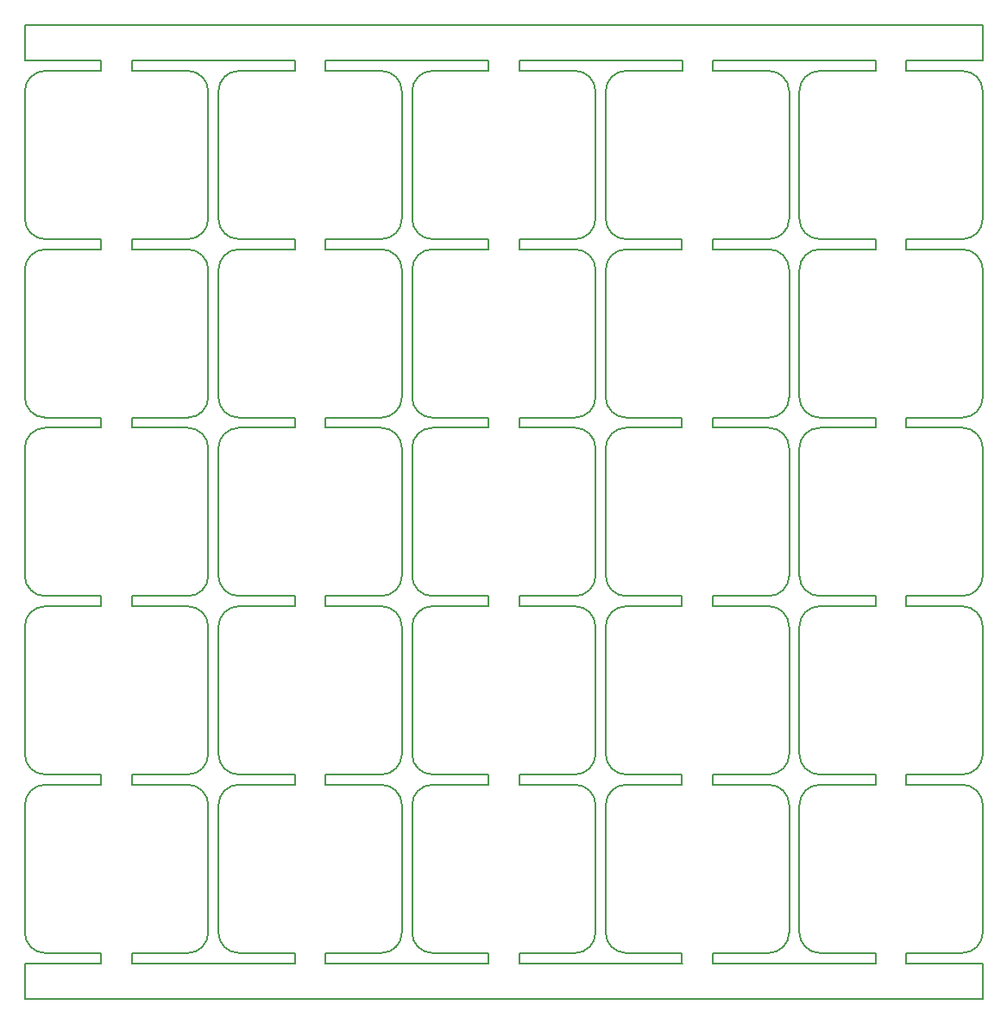
<source format=gm1>
G04 #@! TF.GenerationSoftware,KiCad,Pcbnew,(5.1.10-1-10_14)*
G04 #@! TF.CreationDate,2021-10-31T15:09:39+01:00*
G04 #@! TF.ProjectId,panel,70616e65-6c2e-46b6-9963-61645f706362,C3*
G04 #@! TF.SameCoordinates,Original*
G04 #@! TF.FileFunction,Profile,NP*
%FSLAX46Y46*%
G04 Gerber Fmt 4.6, Leading zero omitted, Abs format (unit mm)*
G04 Created by KiCad (PCBNEW (5.1.10-1-10_14)) date 2021-10-31 15:09:39*
%MOMM*%
%LPD*%
G01*
G04 APERTURE LIST*
G04 #@! TA.AperFunction,Profile*
%ADD10C,0.150000*%
G04 #@! TD*
G04 APERTURE END LIST*
D10*
X93004500Y-54343000D02*
X98502500Y-54343000D01*
X107004500Y-88343000D02*
X101502500Y-88343000D01*
X93004500Y-88343000D02*
X98502500Y-88343000D01*
X101502500Y-53343000D02*
X101502500Y-54343000D01*
X107004500Y-54343000D02*
X101502500Y-54343000D01*
X98502500Y-53343000D02*
X98502500Y-54343000D01*
X93004500Y-53343000D02*
X98502500Y-53343000D01*
X98502500Y-88343000D02*
X98502500Y-89343000D01*
X93004500Y-89343000D02*
X98502500Y-89343000D01*
X107004500Y-89343000D02*
X101502500Y-89343000D01*
X93004500Y-71843000D02*
X98502500Y-71843000D01*
X107004500Y-71843000D02*
X101502500Y-71843000D01*
X101502500Y-70843000D02*
X101502500Y-71843000D01*
X93004500Y-70843000D02*
X98502500Y-70843000D01*
X98502500Y-70843000D02*
X98502500Y-71843000D01*
X107004500Y-70843000D02*
X101502500Y-70843000D01*
X107004500Y-53343000D02*
X101502500Y-53343000D01*
X101502500Y-88343000D02*
X101502500Y-89343000D01*
X107004500Y-35843000D02*
X101502500Y-35843000D01*
X93004500Y-35843000D02*
X98502500Y-35843000D01*
X98502500Y-35843000D02*
X98502500Y-36843000D01*
X101502500Y-35843000D02*
X101502500Y-36843000D01*
X107004500Y-36843000D02*
X101502500Y-36843000D01*
X93004500Y-36843000D02*
X98502500Y-36843000D01*
X93004500Y-105843000D02*
X98502500Y-105843000D01*
X107004500Y-105843000D02*
X101502500Y-105843000D01*
X101502500Y-105843000D02*
X101502500Y-106843000D01*
X98502500Y-105843000D02*
X98502500Y-106843000D01*
X74002500Y-54343000D02*
X79500500Y-54343000D01*
X88002500Y-88343000D02*
X82500500Y-88343000D01*
X74002500Y-88343000D02*
X79500500Y-88343000D01*
X82500500Y-53343000D02*
X82500500Y-54343000D01*
X88002500Y-54343000D02*
X82500500Y-54343000D01*
X79500500Y-53343000D02*
X79500500Y-54343000D01*
X74002500Y-53343000D02*
X79500500Y-53343000D01*
X79500500Y-88343000D02*
X79500500Y-89343000D01*
X74002500Y-89343000D02*
X79500500Y-89343000D01*
X88002500Y-89343000D02*
X82500500Y-89343000D01*
X74002500Y-71843000D02*
X79500500Y-71843000D01*
X88002500Y-71843000D02*
X82500500Y-71843000D01*
X82500500Y-70843000D02*
X82500500Y-71843000D01*
X74002500Y-70843000D02*
X79500500Y-70843000D01*
X79500500Y-70843000D02*
X79500500Y-71843000D01*
X88002500Y-70843000D02*
X82500500Y-70843000D01*
X88002500Y-53343000D02*
X82500500Y-53343000D01*
X82500500Y-88343000D02*
X82500500Y-89343000D01*
X88002500Y-35843000D02*
X82500500Y-35843000D01*
X74002500Y-35843000D02*
X79500500Y-35843000D01*
X79500500Y-35843000D02*
X79500500Y-36843000D01*
X82500500Y-35843000D02*
X82500500Y-36843000D01*
X88002500Y-36843000D02*
X82500500Y-36843000D01*
X74002500Y-36843000D02*
X79500500Y-36843000D01*
X74002500Y-105843000D02*
X79500500Y-105843000D01*
X88002500Y-105843000D02*
X82500500Y-105843000D01*
X82500500Y-105843000D02*
X82500500Y-106843000D01*
X79500500Y-105843000D02*
X79500500Y-106843000D01*
X55002500Y-54343000D02*
X60500500Y-54343000D01*
X69002500Y-88343000D02*
X63500500Y-88343000D01*
X55002500Y-88343000D02*
X60500500Y-88343000D01*
X63500500Y-53343000D02*
X63500500Y-54343000D01*
X69002500Y-54343000D02*
X63500500Y-54343000D01*
X60500500Y-53343000D02*
X60500500Y-54343000D01*
X55002500Y-53343000D02*
X60500500Y-53343000D01*
X60500500Y-88343000D02*
X60500500Y-89343000D01*
X55002500Y-89343000D02*
X60500500Y-89343000D01*
X69002500Y-89343000D02*
X63500500Y-89343000D01*
X55002500Y-71843000D02*
X60500500Y-71843000D01*
X69002500Y-71843000D02*
X63500500Y-71843000D01*
X63500500Y-70843000D02*
X63500500Y-71843000D01*
X55002500Y-70843000D02*
X60500500Y-70843000D01*
X60500500Y-70843000D02*
X60500500Y-71843000D01*
X69002500Y-70843000D02*
X63500500Y-70843000D01*
X69002500Y-53343000D02*
X63500500Y-53343000D01*
X63500500Y-88343000D02*
X63500500Y-89343000D01*
X69002500Y-35843000D02*
X63500500Y-35843000D01*
X55002500Y-35843000D02*
X60500500Y-35843000D01*
X60500500Y-35843000D02*
X60500500Y-36843000D01*
X63500500Y-35843000D02*
X63500500Y-36843000D01*
X69002500Y-36843000D02*
X63500500Y-36843000D01*
X55002500Y-36843000D02*
X60500500Y-36843000D01*
X55002500Y-105843000D02*
X60500500Y-105843000D01*
X69002500Y-105843000D02*
X63500500Y-105843000D01*
X63500500Y-105843000D02*
X63500500Y-106843000D01*
X60500500Y-105843000D02*
X60500500Y-106843000D01*
X36004500Y-54343000D02*
X41502500Y-54343000D01*
X50004500Y-88343000D02*
X44502500Y-88343000D01*
X36004500Y-88343000D02*
X41502500Y-88343000D01*
X44502500Y-53343000D02*
X44502500Y-54343000D01*
X50004500Y-54343000D02*
X44502500Y-54343000D01*
X41502500Y-53343000D02*
X41502500Y-54343000D01*
X36004500Y-53343000D02*
X41502500Y-53343000D01*
X41502500Y-88343000D02*
X41502500Y-89343000D01*
X36004500Y-89343000D02*
X41502500Y-89343000D01*
X50004500Y-89343000D02*
X44502500Y-89343000D01*
X36004500Y-71843000D02*
X41502500Y-71843000D01*
X50004500Y-71843000D02*
X44502500Y-71843000D01*
X44502500Y-70843000D02*
X44502500Y-71843000D01*
X36004500Y-70843000D02*
X41502500Y-70843000D01*
X41502500Y-70843000D02*
X41502500Y-71843000D01*
X50004500Y-70843000D02*
X44502500Y-70843000D01*
X50004500Y-53343000D02*
X44502500Y-53343000D01*
X44502500Y-88343000D02*
X44502500Y-89343000D01*
X50004500Y-35843000D02*
X44502500Y-35843000D01*
X36004500Y-35843000D02*
X41502500Y-35843000D01*
X41502500Y-35843000D02*
X41502500Y-36843000D01*
X44502500Y-35843000D02*
X44502500Y-36843000D01*
X50004500Y-36843000D02*
X44502500Y-36843000D01*
X36004500Y-36843000D02*
X41502500Y-36843000D01*
X36004500Y-105843000D02*
X41502500Y-105843000D01*
X50004500Y-105843000D02*
X44502500Y-105843000D01*
X44502500Y-105843000D02*
X44502500Y-106843000D01*
X41502500Y-105843000D02*
X41502500Y-106843000D01*
X31004500Y-88343000D02*
X25502500Y-88343000D01*
X17004500Y-88343000D02*
X22502500Y-88343000D01*
X22502500Y-88343000D02*
X22502500Y-89343000D01*
X25502500Y-88343000D02*
X25502500Y-89343000D01*
X31004500Y-89343000D02*
X25502500Y-89343000D01*
X17004500Y-89343000D02*
X22502500Y-89343000D01*
X31004500Y-70843000D02*
X25502500Y-70843000D01*
X17004500Y-70843000D02*
X22502500Y-70843000D01*
X22502500Y-70843000D02*
X22502500Y-71843000D01*
X25502500Y-70843000D02*
X25502500Y-71843000D01*
X31004500Y-71843000D02*
X25502500Y-71843000D01*
X17004500Y-71843000D02*
X22502500Y-71843000D01*
X31004500Y-53343000D02*
X25502500Y-53343000D01*
X17004500Y-53343000D02*
X22502500Y-53343000D01*
X22502500Y-53343000D02*
X22502500Y-54343000D01*
X25502500Y-53343000D02*
X25502500Y-54343000D01*
X31004500Y-54343000D02*
X25502500Y-54343000D01*
X17004500Y-54343000D02*
X22502500Y-54343000D01*
X25502500Y-35843000D02*
X25502500Y-36843000D01*
X22502500Y-35843000D02*
X22502500Y-36843000D01*
X52006500Y-91343000D02*
X52006500Y-103843000D01*
X53006500Y-91343000D02*
X53006500Y-103843000D01*
X71004500Y-91343000D02*
X71004500Y-103843000D01*
X90006500Y-91343000D02*
X90006500Y-103843000D01*
X72004500Y-91343000D02*
X72004500Y-103843000D01*
X33004500Y-91343000D02*
X33004500Y-103843000D01*
X34004500Y-91343000D02*
X34004500Y-103843000D01*
X91006500Y-91343000D02*
X91006500Y-103843000D01*
X52006500Y-73843000D02*
X52006500Y-86343000D01*
X53006500Y-73843000D02*
X53006500Y-86343000D01*
X71004500Y-73843000D02*
X71004500Y-86343000D01*
X90006500Y-73843000D02*
X90006500Y-86343000D01*
X72004500Y-73843000D02*
X72004500Y-86343000D01*
X33004500Y-73843000D02*
X33004500Y-86343000D01*
X34004500Y-73843000D02*
X34004500Y-86343000D01*
X91006500Y-73843000D02*
X91006500Y-86343000D01*
X52006500Y-56343000D02*
X52006500Y-68843000D01*
X53006500Y-56343000D02*
X53006500Y-68843000D01*
X71004500Y-56343000D02*
X71004500Y-68843000D01*
X90006500Y-56343000D02*
X90006500Y-68843000D01*
X72004500Y-56343000D02*
X72004500Y-68843000D01*
X33004500Y-56343000D02*
X33004500Y-68843000D01*
X34004500Y-56343000D02*
X34004500Y-68843000D01*
X91006500Y-56343000D02*
X91006500Y-68843000D01*
X52006500Y-38843000D02*
X52006500Y-51343000D01*
X53006500Y-38843000D02*
X53006500Y-51343000D01*
X71004500Y-38843000D02*
X71004500Y-51343000D01*
X90006500Y-38843000D02*
X90006500Y-51343000D01*
X72004500Y-38843000D02*
X72004500Y-51343000D01*
X33004500Y-38843000D02*
X33004500Y-51343000D01*
X34004500Y-38843000D02*
X34004500Y-51343000D01*
X91006500Y-38843000D02*
X91006500Y-51343000D01*
X90006500Y-21343000D02*
X90006500Y-33843000D01*
X91006500Y-21343000D02*
X91006500Y-33843000D01*
X71004500Y-21343000D02*
X71004500Y-33843000D01*
X72004500Y-21343000D02*
X72004500Y-33843000D01*
X52006500Y-21343000D02*
X52006500Y-33843000D01*
X53006500Y-21343000D02*
X53006500Y-33843000D01*
X109002500Y-106843000D02*
X109002500Y-110343000D01*
X15002500Y-110343000D02*
X109002500Y-110343000D01*
X15002500Y-110343000D02*
X15002500Y-106843000D01*
X63502500Y-106843000D02*
X79502500Y-106843000D01*
X44502500Y-106843000D02*
X60502500Y-106843000D01*
X25502500Y-106843000D02*
X41502500Y-106843000D01*
X15002500Y-106843000D02*
X22502500Y-106843000D01*
X101502500Y-106843000D02*
X109002500Y-106843000D01*
X82502500Y-106843000D02*
X98502500Y-106843000D01*
X31004500Y-89343000D02*
G75*
G02*
X33004500Y-91343000I0J-2000000D01*
G01*
X15004500Y-91343000D02*
G75*
G02*
X17004500Y-89343000I2000000J0D01*
G01*
X15004500Y-103843000D02*
X15004500Y-91343000D01*
X17004500Y-105843000D02*
G75*
G02*
X15004500Y-103843000I0J2000000D01*
G01*
X33004500Y-103843000D02*
G75*
G02*
X31004500Y-105843000I-2000000J0D01*
G01*
X52004500Y-103843000D02*
G75*
G02*
X50004500Y-105843000I-2000000J0D01*
G01*
X36004500Y-105843000D02*
G75*
G02*
X34004500Y-103843000I0J2000000D01*
G01*
X50004500Y-89343000D02*
G75*
G02*
X52004500Y-91343000I0J-2000000D01*
G01*
X34004500Y-91343000D02*
G75*
G02*
X36004500Y-89343000I2000000J0D01*
G01*
X69004500Y-89343000D02*
G75*
G02*
X71004500Y-91343000I0J-2000000D01*
G01*
X53004500Y-91343000D02*
G75*
G02*
X55004500Y-89343000I2000000J0D01*
G01*
X71004500Y-103843000D02*
G75*
G02*
X69004500Y-105843000I-2000000J0D01*
G01*
X55002500Y-105843000D02*
G75*
G02*
X53002500Y-103843000I0J2000000D01*
G01*
X72004500Y-91343000D02*
G75*
G02*
X74004500Y-89343000I2000000J0D01*
G01*
X74004500Y-105843000D02*
G75*
G02*
X72004500Y-103843000I0J2000000D01*
G01*
X107002500Y-89343000D02*
G75*
G02*
X109002500Y-91343000I0J-2000000D01*
G01*
X109002500Y-91343000D02*
X109002500Y-103843000D01*
X109002500Y-103843000D02*
G75*
G02*
X107002500Y-105843000I-2000000J0D01*
G01*
X90004500Y-103843000D02*
G75*
G02*
X88004500Y-105843000I-2000000J0D01*
G01*
X22502500Y-105843000D02*
X22502500Y-106843000D01*
X25502500Y-105843000D02*
X25502500Y-106843000D01*
X31004500Y-105843000D02*
X25502500Y-105843000D01*
X17004500Y-105843000D02*
X22502500Y-105843000D01*
X91004500Y-91343000D02*
G75*
G02*
X93004500Y-89343000I2000000J0D01*
G01*
X88004500Y-89343000D02*
G75*
G02*
X90004500Y-91343000I0J-2000000D01*
G01*
X93004500Y-105843000D02*
G75*
G02*
X91004500Y-103843000I0J2000000D01*
G01*
X31004500Y-71843000D02*
G75*
G02*
X33004500Y-73843000I0J-2000000D01*
G01*
X15004500Y-73843000D02*
G75*
G02*
X17004500Y-71843000I2000000J0D01*
G01*
X15004500Y-86343000D02*
X15004500Y-73843000D01*
X17004500Y-88343000D02*
G75*
G02*
X15004500Y-86343000I0J2000000D01*
G01*
X33004500Y-86343000D02*
G75*
G02*
X31004500Y-88343000I-2000000J0D01*
G01*
X52004500Y-86343000D02*
G75*
G02*
X50004500Y-88343000I-2000000J0D01*
G01*
X36004500Y-88343000D02*
G75*
G02*
X34004500Y-86343000I0J2000000D01*
G01*
X50004500Y-71843000D02*
G75*
G02*
X52004500Y-73843000I0J-2000000D01*
G01*
X34004500Y-73843000D02*
G75*
G02*
X36004500Y-71843000I2000000J0D01*
G01*
X69004500Y-71843000D02*
G75*
G02*
X71004500Y-73843000I0J-2000000D01*
G01*
X53004500Y-73843000D02*
G75*
G02*
X55004500Y-71843000I2000000J0D01*
G01*
X71004500Y-86343000D02*
G75*
G02*
X69004500Y-88343000I-2000000J0D01*
G01*
X55002500Y-88343000D02*
G75*
G02*
X53002500Y-86343000I0J2000000D01*
G01*
X72004500Y-73843000D02*
G75*
G02*
X74004500Y-71843000I2000000J0D01*
G01*
X74004500Y-88343000D02*
G75*
G02*
X72004500Y-86343000I0J2000000D01*
G01*
X107002500Y-71843000D02*
G75*
G02*
X109002500Y-73843000I0J-2000000D01*
G01*
X109002500Y-73843000D02*
X109002500Y-86343000D01*
X109002500Y-86343000D02*
G75*
G02*
X107002500Y-88343000I-2000000J0D01*
G01*
X90004500Y-86343000D02*
G75*
G02*
X88004500Y-88343000I-2000000J0D01*
G01*
X91004500Y-73843000D02*
G75*
G02*
X93004500Y-71843000I2000000J0D01*
G01*
X88004500Y-71843000D02*
G75*
G02*
X90004500Y-73843000I0J-2000000D01*
G01*
X93004500Y-88343000D02*
G75*
G02*
X91004500Y-86343000I0J2000000D01*
G01*
X31004500Y-54343000D02*
G75*
G02*
X33004500Y-56343000I0J-2000000D01*
G01*
X15004500Y-56343000D02*
G75*
G02*
X17004500Y-54343000I2000000J0D01*
G01*
X15004500Y-68843000D02*
X15004500Y-56343000D01*
X17004500Y-70843000D02*
G75*
G02*
X15004500Y-68843000I0J2000000D01*
G01*
X33004500Y-68843000D02*
G75*
G02*
X31004500Y-70843000I-2000000J0D01*
G01*
X52004500Y-68843000D02*
G75*
G02*
X50004500Y-70843000I-2000000J0D01*
G01*
X36004500Y-70843000D02*
G75*
G02*
X34004500Y-68843000I0J2000000D01*
G01*
X50004500Y-54343000D02*
G75*
G02*
X52004500Y-56343000I0J-2000000D01*
G01*
X34004500Y-56343000D02*
G75*
G02*
X36004500Y-54343000I2000000J0D01*
G01*
X69004500Y-54343000D02*
G75*
G02*
X71004500Y-56343000I0J-2000000D01*
G01*
X53004500Y-56343000D02*
G75*
G02*
X55004500Y-54343000I2000000J0D01*
G01*
X71004500Y-68843000D02*
G75*
G02*
X69004500Y-70843000I-2000000J0D01*
G01*
X55002500Y-70843000D02*
G75*
G02*
X53002500Y-68843000I0J2000000D01*
G01*
X72004500Y-56343000D02*
G75*
G02*
X74004500Y-54343000I2000000J0D01*
G01*
X74004500Y-70843000D02*
G75*
G02*
X72004500Y-68843000I0J2000000D01*
G01*
X107002500Y-54343000D02*
G75*
G02*
X109002500Y-56343000I0J-2000000D01*
G01*
X109002500Y-56343000D02*
X109002500Y-68843000D01*
X109002500Y-68843000D02*
G75*
G02*
X107002500Y-70843000I-2000000J0D01*
G01*
X90004500Y-68843000D02*
G75*
G02*
X88004500Y-70843000I-2000000J0D01*
G01*
X91004500Y-56343000D02*
G75*
G02*
X93004500Y-54343000I2000000J0D01*
G01*
X88004500Y-54343000D02*
G75*
G02*
X90004500Y-56343000I0J-2000000D01*
G01*
X93004500Y-70843000D02*
G75*
G02*
X91004500Y-68843000I0J2000000D01*
G01*
X31004500Y-36843000D02*
G75*
G02*
X33004500Y-38843000I0J-2000000D01*
G01*
X15004500Y-38843000D02*
G75*
G02*
X17004500Y-36843000I2000000J0D01*
G01*
X15004500Y-51343000D02*
X15004500Y-38843000D01*
X17004500Y-53343000D02*
G75*
G02*
X15004500Y-51343000I0J2000000D01*
G01*
X33004500Y-51343000D02*
G75*
G02*
X31004500Y-53343000I-2000000J0D01*
G01*
X52004500Y-51343000D02*
G75*
G02*
X50004500Y-53343000I-2000000J0D01*
G01*
X36004500Y-53343000D02*
G75*
G02*
X34004500Y-51343000I0J2000000D01*
G01*
X50004500Y-36843000D02*
G75*
G02*
X52004500Y-38843000I0J-2000000D01*
G01*
X34004500Y-38843000D02*
G75*
G02*
X36004500Y-36843000I2000000J0D01*
G01*
X69004500Y-36843000D02*
G75*
G02*
X71004500Y-38843000I0J-2000000D01*
G01*
X53004500Y-38843000D02*
G75*
G02*
X55004500Y-36843000I2000000J0D01*
G01*
X71004500Y-51343000D02*
G75*
G02*
X69004500Y-53343000I-2000000J0D01*
G01*
X55002500Y-53343000D02*
G75*
G02*
X53002500Y-51343000I0J2000000D01*
G01*
X72004500Y-38843000D02*
G75*
G02*
X74004500Y-36843000I2000000J0D01*
G01*
X74004500Y-53343000D02*
G75*
G02*
X72004500Y-51343000I0J2000000D01*
G01*
X107002500Y-36843000D02*
G75*
G02*
X109002500Y-38843000I0J-2000000D01*
G01*
X109002500Y-38843000D02*
X109002500Y-51343000D01*
X109002500Y-51343000D02*
G75*
G02*
X107002500Y-53343000I-2000000J0D01*
G01*
X17004500Y-36843000D02*
X22502500Y-36843000D01*
X90004500Y-51343000D02*
G75*
G02*
X88004500Y-53343000I-2000000J0D01*
G01*
X31004500Y-36843000D02*
X25502500Y-36843000D01*
X91004500Y-38843000D02*
G75*
G02*
X93004500Y-36843000I2000000J0D01*
G01*
X88004500Y-36843000D02*
G75*
G02*
X90004500Y-38843000I0J-2000000D01*
G01*
X93004500Y-53343000D02*
G75*
G02*
X91004500Y-51343000I0J2000000D01*
G01*
X88004500Y-19343000D02*
G75*
G02*
X90004500Y-21343000I0J-2000000D01*
G01*
X90004500Y-33843000D02*
G75*
G02*
X88004500Y-35843000I-2000000J0D01*
G01*
X91004500Y-21343000D02*
G75*
G02*
X93004500Y-19343000I2000000J0D01*
G01*
X93004500Y-35843000D02*
G75*
G02*
X91004500Y-33843000I0J2000000D01*
G01*
X82502500Y-18343000D02*
X98502500Y-18343000D01*
X93002500Y-19343000D02*
X98502500Y-19343000D01*
X88002500Y-19343000D02*
X82502500Y-19343000D01*
X82502500Y-19343000D02*
X82502500Y-18343000D01*
X60502500Y-19343000D02*
X60502500Y-18343000D01*
X79502500Y-19343000D02*
X79502500Y-18343000D01*
X63502500Y-19343000D02*
X63502500Y-18343000D01*
X55004500Y-19343000D02*
X60502500Y-19343000D01*
X50004500Y-19343000D02*
X44502500Y-19343000D01*
X44502500Y-18343000D02*
X60502500Y-18343000D01*
X69002500Y-19343000D02*
X63502500Y-19343000D01*
X98502500Y-19343000D02*
X98502500Y-18343000D01*
X74002500Y-19343000D02*
X79502500Y-19343000D01*
X44502500Y-19343000D02*
X44502500Y-18343000D01*
X63502500Y-18343000D02*
X79502500Y-18343000D01*
X74004500Y-35843000D02*
G75*
G02*
X72004500Y-33843000I0J2000000D01*
G01*
X72004500Y-21343000D02*
G75*
G02*
X74004500Y-19343000I2000000J0D01*
G01*
X55002500Y-35843000D02*
G75*
G02*
X53002500Y-33843000I0J2000000D01*
G01*
X71004500Y-33843000D02*
G75*
G02*
X69004500Y-35843000I-2000000J0D01*
G01*
X53004500Y-21343000D02*
G75*
G02*
X55004500Y-19343000I2000000J0D01*
G01*
X69004500Y-19343000D02*
G75*
G02*
X71004500Y-21343000I0J-2000000D01*
G01*
X50004500Y-19343000D02*
G75*
G02*
X52004500Y-21343000I0J-2000000D01*
G01*
X52004500Y-33843000D02*
G75*
G02*
X50004500Y-35843000I-2000000J0D01*
G01*
X36004500Y-19343000D02*
X41502500Y-19343000D01*
X34004500Y-21343000D02*
X34004500Y-33843000D01*
X107002500Y-19343000D02*
X101502500Y-19343000D01*
X109002500Y-33843000D02*
G75*
G02*
X107002500Y-35843000I-2000000J0D01*
G01*
X109002500Y-21343000D02*
X109002500Y-33843000D01*
X107002500Y-19343000D02*
G75*
G02*
X109002500Y-21343000I0J-2000000D01*
G01*
X34004500Y-21343000D02*
G75*
G02*
X36004500Y-19343000I2000000J0D01*
G01*
X36004500Y-35843000D02*
G75*
G02*
X34004500Y-33843000I0J2000000D01*
G01*
X25502500Y-18343000D02*
X41502500Y-18343000D01*
X101502500Y-19343000D02*
X101502500Y-18343000D01*
X41502500Y-19343000D02*
X41502500Y-18343000D01*
X109002500Y-14843000D02*
X109002500Y-18343000D01*
X25502500Y-19343000D02*
X25502500Y-18343000D01*
X15002500Y-14843000D02*
X15002500Y-18343000D01*
X22502500Y-19343000D02*
X22502500Y-18343000D01*
X33004500Y-21343000D02*
X33004500Y-33843000D01*
X17004500Y-35843000D02*
X22502500Y-35843000D01*
X31004500Y-35843000D02*
X25502500Y-35843000D01*
X101502500Y-18343000D02*
X109002500Y-18343000D01*
X31004500Y-19343000D02*
X25502500Y-19343000D01*
X17004500Y-19343000D02*
X22502500Y-19343000D01*
X15002500Y-18343000D02*
X22502500Y-18343000D01*
X109002500Y-14843000D02*
X15002500Y-14843000D01*
X33004500Y-33843000D02*
G75*
G02*
X31004500Y-35843000I-2000000J0D01*
G01*
X17004500Y-35843000D02*
G75*
G02*
X15004500Y-33843000I0J2000000D01*
G01*
X15004500Y-33843000D02*
X15004500Y-21343000D01*
X15004500Y-21343000D02*
G75*
G02*
X17004500Y-19343000I2000000J0D01*
G01*
X31004500Y-19343000D02*
G75*
G02*
X33004500Y-21343000I0J-2000000D01*
G01*
M02*

</source>
